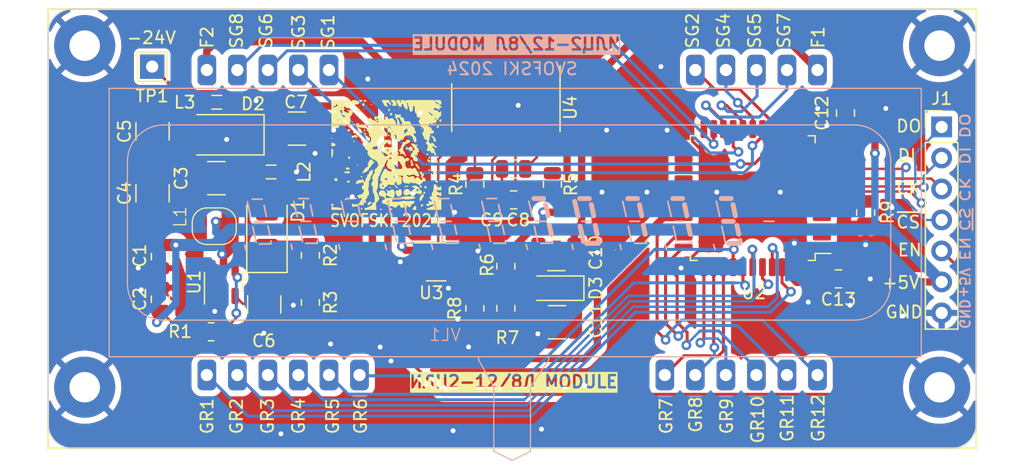
<source format=kicad_pcb>
(kicad_pcb (version 20221018) (generator pcbnew)
  (layers (0 "F.Cu" signal) (31 "B.Cu" signal) (34 "B.Paste" user) (35 "F.Paste" user) (36 "B.SilkS" user "B.Silkscreen") (37 "F.SilkS" user "F.Silkscreen") (38 "B.Mask" user) (39 "F.Mask" user) (44 "Edge.Cuts" user))
  (net 0 "")
  (net 2 "+5V")
  (net 3 "GND")
  (net 4 "Net-(U1-SW)")
  (net 5 "Net-(D1-A)")
  (net 6 "Net-(D2-A)")
  (net 7 "Net-(D1-K)")
  (net 8 "-24V")
  (net 9 "Net-(U1-FB)")
  (net 10 "Net-(C8-Pad1)")
  (net 11 "Net-(C8-Pad2)")
  (net 12 "Net-(C9-Pad1)")
  (net 13 "Net-(C9-Pad2)")
  (net 14 "Net-(U3-OUT)")
  (net 15 "/F1")
  (net 16 "/F2")
  (net 17 "Net-(D3-A)")
  (net 18 "Net-(U2-OSC)")
  (net 23 "/DOUT")
  (net 24 "/DIN")
  (net 25 "/SCK")
  (net 26 "/~{CS}")
  (net 29 "/SG1")
  (net 30 "/SG2")
  (net 31 "/SG3")
  (net 32 "/SG4")
  (net 33 "/SG5")
  (net 34 "/SG6")
  (net 35 "/SG7")
  (net 36 "/SG8")
  (net 45 "/GR12")
  (net 46 "/GR11")
  (net 47 "/GR10")
  (net 48 "/GR9")
  (net 49 "/GR8")
  (net 50 "/GR7")
  (net 51 "/GR6")
  (net 52 "/GR5")
  (net 53 "/GR4")
  (net 54 "/GR3")
  (net 55 "/GR2")
  (net 56 "/GR1")
  (net 57 "Net-(U3-IN+)")
  (net 58 "/EN")
  (footprint "Capacitor_SMD:C_1210_3225Metric" (layer "F.Cu") (at 169.672 74.676)
    (fp_text reference "C11")
    (fp_text value "10uF/50V")
  )
  (footprint "Connector_PinHeader_2.54mm:PinHeader_1x07_P2.54mm_Vertical" (layer "F.Cu") (at 201.168 58.669)
    (fp_text reference "J1")
    (fp_text value "Conn_01x07")
  )
  (footprint "Capacitor_SMD:C_1210_3225Metric" (layer "F.Cu") (at 148.385 58.801 180)
    (fp_text reference "C7")
    (fp_text value "10uF/50V")
  )
  (footprint "Capacitor_SMD:C_1210_3225Metric" (layer "F.Cu") (at 136.557 59.024 90)
    (fp_text reference "C5")
    (fp_text value "10uF/50V")
  )
  (footprint "MountingHole:MountingHole_2.5mm_Pad" (layer "F.Cu") (at 201 52)
    (fp_text reference "H4" hide)
    (fp_text value "MountingHole_Pad")
  )
  (footprint "Capacitor_SMD:C_0805_2012Metric" (layer "F.Cu") (at 166.122 64.643)
    (fp_text reference "C8")
    (fp_text value "10nF")
  )
  (footprint "Capacitor_SMD:C_0805_2012Metric" (layer "F.Cu") (at 192.72 71.12 180)
    (fp_text reference "C13")
    (fp_text value "0.1uF")
  )
  (footprint "Capacitor_SMD:C_0805_2012Metric" (layer "F.Cu") (at 166.122 62.103)
    (fp_text reference "C9")
    (fp_text value "10nF")
  )
  (footprint "Package_TO_SOT_SMD:SOT-23-6" (layer "F.Cu") (at 142.367 71.3865 90)
    (fp_text reference "U1")
    (fp_text value "MT3608")
  )
  (footprint "Diode_SMD:D_SOD-123F" (layer "F.Cu") (at 169.669 71.882 180)
    (fp_text reference "D3")
    (fp_text value "BZT52C3V3")
  )
  (footprint "MountingHole:MountingHole_2.5mm_Pad" (layer "F.Cu") (at 131 80)
    (fp_text reference "H2" hide)
    (fp_text value "MountingHole_Pad")
  )
  (footprint "Inductor_SMD:L_0805_2012Metric" (layer "F.Cu") (at 146.2575 62.357 180)
    (fp_text reference "L2")
    (fp_text value "10uH")
  )
  (footprint "Resistor_SMD:R_0805_2012Metric" (layer "F.Cu") (at 165.487 73.533 -90)
    (fp_text reference "R7")
    (fp_text value "3K")
  )
  (footprint "Inductor_SMD:L_0805_2012Metric" (layer "F.Cu") (at 141.8125 56.642)
    (fp_text reference "L3")
    (fp_text value "10uH")
  )
  (footprint "MountingHole:MountingHole_2.5mm_Pad" (layer "F.Cu") (at 201 80)
    (fp_text reference "H3" hide)
    (fp_text value "MountingHole_Pad")
  )
  (footprint "Resistor_SMD:R_0805_2012Metric" (layer "F.Cu") (at 162.947 63.373 -90)
    (fp_text reference "R4")
    (fp_text value "1K")
  )
  (footprint "svofski_avatar:svofski_avatar" (layer "F.Cu") (at 155.702 60.96)
    (fp_text reference "G***" hide)
    (fp_text value "LOGO" hide)
  )
  (footprint "Resistor_SMD:R_0805_2012Metric" (layer "F.Cu") (at 149.479 73.0485 -90)
    (fp_text reference "R3")
    (fp_text value "100K")
  )
  (footprint "Resistor_SMD:R_0805_2012Metric" (layer "F.Cu") (at 169.297 63.373 90)
    (fp_text reference "R5")
    (fp_text value "1K")
  )
  (footprint "Capacitor_SMD:C_0805_2012Metric" (layer "F.Cu") (at 193.294 57.531 90)
    (fp_text reference "C12")
    (fp_text value "0.1uF")
  )
  (footprint "Diode_SMD:D_SMA" (layer "F.Cu") (at 145.923 67.088 90)
    (fp_text reference "D1")
    (fp_text value "SS14")
  )
  (footprint "Resistor_SMD:R_0805_2012Metric" (layer "F.Cu") (at 194.945 65.6825 90)
    (fp_text reference "R9")
    (fp_text value "100K")
  )
  (footprint "Capacitor_SMD:C_1210_3225Metric" (layer "F.Cu") (at 141.781 62.865)
    (fp_text reference "C3")
    (fp_text value "10uF/50V")
  )
  (footprint "Package_TO_SOT_SMD:SOT-23-5" (layer "F.Cu") (at 159.772 69.723)
    (fp_text reference "U3")
    (fp_text value "UCC27517")
  )
  (footprint "Resistor_SMD:R_0805_2012Metric" (layer "F.Cu") (at 141.3595 75.456)
    (fp_text reference "R1")
    (fp_text value "100K")
  )
  (footprint "MountingHole:MountingHole_2.5mm_Pad" (layer "F.Cu") (at 131 52)
    (fp_text reference "H1" hide)
    (fp_text value "MountingHole_Pad")
  )
  (footprint "Resistor_SMD:R_0805_2012Metric" (layer "F.Cu") (at 162.947 73.533 90)
    (fp_text reference "R8")
    (fp_text value "20K")
  )
  (footprint "Resistor_SMD:R_0805_2012Metric" (layer "F.Cu") (at 149.479 69.1915 -90)
    (fp_text reference "R2")
    (fp_text value "100K")
  )
  (footprint "Capacitor_SMD:C_0805_2012Metric" (layer "F.Cu") (at 137.192 69.294 -90)
    (fp_text reference "C1")
    (fp_text value "10uF")
  )
  (footprint "Capacitor_SMD:C_0805_2012Metric" (layer "F.Cu") (at 137.192 72.789 90)
    (fp_text reference "C2")
    (fp_text value "0.1uF")
  )
  (footprint "Inductor_SMD_CD32:CD32_3.0x3.5mm" (layer "F.Cu") (at 141.607 66.802 180)
    (fp_text reference "L1")
    (fp_text value "10uH")
  )
  (footprint "Resistor_SMD:R_0805_2012Metric" (layer "F.Cu") (at 165.487 70.0805 -90)
    (fp_text reference "R6")
    (fp_text value "3K")
  )
  (footprint "Diode_SMD:D_SMA" (layer "F.Cu") (at 142.177 59.309 180)
    (fp_text reference "D2")
    (fp_text value "SS14")
  )
  (footprint "Capacitor_SMD:C_1210_3225Metric" (layer "F.Cu") (at 169.617 69.088)
    (fp_text reference "C10")
    (fp_text value "10uF/50V")
  )
  (footprint "Capacitor_SMD:C_1210_3225Metric" (layer "F.Cu") (at 145.701 73.219 90)
    (fp_text reference "C6")
    (fp_text value "22uF/50V")
  )
  (footprint "Capacitor_SMD:C_1210_3225Metric" (layer "F.Cu") (at 136.557 64.104 90)
    (fp_text reference "C4")
    (fp_text value "10uF/50V")
  )
  (footprint "Package_QFP:LQFP-44_10x10mm_P0.8mm" (layer "F.Cu") (at 185.7 64.5 180)
    (fp_text reference "U2")
    (fp_text value "PT6315")
  )
  (footprint "Package_SO:SOIC-14_3.9x8.7mm_P1.27mm" (layer "F.Cu") (at 165.487 57.088 -90)
    (fp_text reference "U4")
    (fp_text value "74LS04")
  )
  (footprint "TestPoint:TestPoint_THTPad_2.0x2.0mm_Drill1.0mm" (layer "F.Cu") (at 136.525 53.721)
    (fp_text reference "TP1")
    (fp_text value "TestPoint")
  )
  (footprint "ILC2-12:ILC2-12_8L" (layer "B.Cu") (at 166 66.5 180)
    (fp_text reference "VL1")
    (fp_text value "~")
  )
  (gr_rect (start 128 49) (end 204 85) (stroke (width 0.15)) (fill none) (layer "F.SilkS"))
  (gr_arc (start 128 51) (mid 128.585786 49.585786) (end 130 49) (stroke (width 0.1)) (layer "Edge.Cuts"))
  (gr_line (start 128 83) (end 128 51) (stroke (width 0.1)) (layer "Edge.Cuts"))
  (gr_arc (start 202 49) (mid 203.414214 49.585786) (end 204 51) (stroke (width 0.1)) (layer "Edge.Cuts"))
  (gr_arc (start 204 83) (mid 203.414214 84.414214) (end 202 85) (stroke (width 0.1)) (layer "Edge.Cuts"))
  (gr_arc (start 130 85) (mid 128.585786 84.414214) (end 128 83) (stroke (width 0.1)) (layer "Edge.Cuts"))
  (gr_line (start 130 49) (end 202 49) (stroke (width 0.1)) (layer "Edge.Cuts"))
  (gr_line (start 204 51) (end 204 83) (stroke (width 0.1)) (layer "Edge.Cuts"))
  (gr_line (start 202 85) (end 130 85) (stroke (width 0.1)) (layer "Edge.Cuts"))
  (gr_text "GND" (at 202.565 75.311 270) (layer "B.SilkS") (effects (font (size 0.8 0.8)) (justify left bottom mirror)))
  (gr_text "EN" (at 202.565 69.723 270) (layer "B.SilkS") (effects (font (size 0.8 1)) (justify left bottom mirror)))
  (gr_text "+5V" (at 202.565 72.771 270) (layer "B.SilkS") (effects (font (size 0.8 0.8)) (justify left bottom mirror)))
  (gr_text "CK" (at 202.565 64.897 270) (layer "B.SilkS") (effects (font (size 0.8 1)) (justify left bottom mirror)))
  (gr_text "DI" (at 202.565 61.849 270) (layer "B.SilkS") (effects (font (size 0.8 1)) (justify left bottom mirror)))
  (gr_text "SVOFSKI 2024" (at 171.45 54.483) (layer "B.SilkS") (effects (font (size 1 1)) (justify left bottom mirror)))
  (gr_text "~{CS}" (at 202.565 67.31 270) (layer "B.SilkS") (effects (font (size 0.8 1)) (justify left bottom mirror)))
  (gr_text "ИЛЦ2-12/8Л MODULE" (at 175.006 52.451) (layer "B.SilkS" knockout) (effects (font (size 1 1) (thickness 0.2) bold) (justify left bottom mirror)))
  (gr_text "DO" (at 202.565 59.69 270) (layer "B.SilkS") (effects (font (size 0.8 1)) (justify left bottom mirror)))
  (gr_text "SG6" (at 146.431 52.324 90) (layer "F.SilkS") (effects (font (size 1 1)) (justify left bottom)))
  (gr_text "SG4" (at 183.896 52.324 90) (layer "F.SilkS") (effects (font (size 1 1)) (justify left bottom)))
  (gr_text "DO" (at 197.358 59.182) (layer "F.SilkS") (effects (font (size 1 1)) (justify left bottom)))
  (gr_text "GR3" (at 146.558 83.947 90) (layer "F.SilkS") (effects (font (size 1 1)) (justify left bottom)))
  (gr_text "GR6" (at 154.178 83.947 90) (layer "F.SilkS") (effects (font (size 1 1)) (justify left bottom)))
  (gr_text "EN" (at 197.485 69.342) (layer "F.SilkS") (effects (font (size 1 1)) (justify left bottom)))
  (gr_text "SVOFSKI 2024" (at 151.003 66.929) (layer "F.SilkS") (effects (font (size 1 0.85)) (justify left bottom)))
  (gr_text "SG1" (at 151.511 52.451 90) (layer "F.SilkS") (effects (font (size 1 1)) (justify left bottom)))
  (gr_text "DI" (at 197.485 61.595) (layer "F.SilkS") (effects (font (size 1 1)) (justify left bottom)))
  (gr_text "GR12" (at 191.643 84.582 90) (layer "F.SilkS") (effects (font (size 1 1)) (justify left bottom)))
  (gr_text "F2" (at 141.605 52.324 90) (layer "F.SilkS") (effects (font (size 1 1)) (justify left bottom)))
  (gr_text "SG2" (at 181.356 52.324 90) (layer "F.SilkS") (effects (font (size 1 1)) (justify left bottom)))
  (gr_text "~{CS}" (at 197.358 67.056) (layer "F.SilkS") (effects (font (size 1 1)) (justify left bottom)))
  (gr_text "GR1" (at 141.605 83.947 90) (layer "F.SilkS") (effects (font (size 1 1)) (justify left bottom)))
  (gr_text "F1" (at 191.643 52.324 90) (layer "F.SilkS") (effects (font (size 1 1)) (justify left bottom)))
  (gr_text "+5V" (at 196.215 72.009) (layer "F.SilkS") (effects (font (size 1 1)) (justify left bottom)))
  (gr_text "-24V" (at 134.366 51.943) (layer "F.SilkS") (effects (font (size 1 1)) (justify left bottom)))
  (gr_text "CK" (at 197.358 64.262) (layer "F.SilkS") (effects (font (size 1 1)) (justify left bottom)))
  (gr_text "GR2" (at 144.018 83.947 90) (layer "F.SilkS") (effects (font (size 1 1)) (justify left bottom)))
  (gr_text "SG5" (at 186.436 52.324 90) (layer "F.SilkS") (effects (font (size 1 1)) (justify left bottom)))
  (gr_text "SG7" (at 188.849 52.324 90) (layer "F.SilkS") (effects (font (size 1 1)) (justify left bottom)))
  (gr_text "GR11" (at 189.103 84.582 90) (layer "F.SilkS") (effects (font (size 1 1)) (justify left bottom)))
  (gr_text "ИЛЦ2-12/8Л MODULE" (at 157.48 80.137) (layer "F.SilkS" knockout) (effects (font (size 1 1) (thickness 0.2) bold) (justify left bottom)))
  (gr_text "GR8" (at 181.61 83.82 90) (layer "F.SilkS") (effects (font (size 1 1)) (justify left bottom)))
  (gr_text "GR10" (at 186.69 84.709 90) (layer "F.SilkS") (effects (font (size 1 1)) (justify left bottom)))
  (gr_text "GND" (at 196.469 74.422) (layer "F.SilkS") (effects (font (size 1 1)) (justify left bottom)))
  (gr_text "SG8" (at 144.018 52.324 90) (layer "F.SilkS") (effects (font (size 1 1)) (justify left bottom)))
  (gr_text "GR9" (at 184.15 83.947 90) (layer "F.SilkS") (effects (font (size 1 1)) (justify left bottom)))
  (gr_text "GR5" (at 151.892 83.947 90) (layer "F.SilkS") (effects (font (size 1 1)) (justify left bottom)))
  (gr_text "SG3" (at 149.098 52.451 90) (layer "F.SilkS") (effects (font (size 1 1)) (justify left bottom)))
  (gr_text "GR4" (at 149.098 83.947 90) (layer "F.SilkS") (effects (font (size 1 1)) (justify left bottom)))
  (gr_text "GR7" (at 179.197 83.947 90) (layer "F.SilkS") (effects (font (size 1 1)) (justify left bottom)))
  (segment (start 157.292 68.773) (end 156.972 68.453) (width 0.6) (layer "F.Cu") (net 2))
  (segment (start 142.907 68.802) (end 142.367 69.342) (width 0.6) (layer "F.Cu") (net 2))
  (segment (start 188.9 71.001561) (end 189.298439 71.4) (width 0.6) (layer "F.Cu") (net 2))
  (segment (start 188.9 57.998439) (end 190.764439 56.134) (width 0.6) (layer "F.Cu") (net 2))
  (segment (start 195.707 58.994) (end 193.294 56.581) (width 0.6) (layer "F.Cu") (net 2))
  (segment (start 136.906 74.025) (end 137.192 73.739) (width 0.6) (layer "F.Cu") (net 2))
  (segment (start 191.77 71.12) (end 191.77 74.168) (width 0.6) (layer "F.Cu") (net 2))
  (segment (start 195.707 60.833) (end 195.707 58.994) (width 0.6) (layer "F.Cu") (net 2))
  (segment (start 137.192 68.344) (end 138.462 68.344) (width 1) (layer "F.Cu") (net 2))
  (segment (start 198.76 71.369) (end 201.168 71.369) (width 0.6) (layer "F.Cu") (net 2))
  (segment (start 142.907 66.439) (end 142.907 68.802) (width 0.6) (layer "F.Cu") (net 2))
  (segment (start 170.497 60.763) (end 170.497 64.85866) (width 0.6) (layer "F.Cu") (net 2))
  (segment (start 191.897 74.295) (end 195.834 74.295) (width 0.6) (layer "F.Cu") (net 2))
  (segment (start 190.764439 56.134) (end 192.847 56.134) (width 0.6) (layer "F.Cu") (net 2))
  (segment (start 170.497 64.85866) (end 169.69666 65.659) (width 0.6) (layer "F.Cu") (net 2))
  (segment (start 142.367 70.249) (end 142.367 69.342) (width 0.6) (layer "F.Cu") (net 2))
  (segment (start 191.77 74.168) (end 191.897 74.295) (width 0.6) (layer "F.Cu") (net 2))
  (segment (start 192.847 56.134) (end 193.294 56.581) (width 0.6) (layer "F.Cu") (net 2))
  (segment (start 169.297 59.563) (end 170.497 60.763) (width 0.6) (layer "F.Cu") (net 2))
  (segment (start 189.298439 71.4) (end 191.49 71.4) (width 0.6) (layer "F.Cu") (net 2))
  (segment (start 195.834 74.295) (end 198.76 71.369) (width 0.6) (layer "F.Cu") (net 2))
  (segment (start 188.9 70.1625) (end 188.9 71.001561) (width 0.6) (layer "F.Cu") (net 2))
  (segment (start 169.69666 65.659) (end 168.529 65.659) (width 0.6) (layer "F.Cu") (net 2))
  (segment (start 137.192 68.344) (end 137.023497 68.344) (width 1) (layer "F.Cu") (net 2))
  (segment (start 137.192 73.739) (end 138.909 75.456) (width 0.2) (layer "F.Cu") (net 2))
  (segment (start 142.889 66.421) (end 142.907 66.439) (width 0.6) (layer "F.Cu") (net 2))
  (segment (start 141.732 66.421) (end 142.889 66.421) (width 0.6) (layer "F.Cu") (net 2))
  (segment (start 136.906 74.676) (end 136.906 74.025) (width 0.6) (layer "F.Cu") (net 2))
  (segment (start 188.9 58.8375) (end 188.9 57.998439) (width 0.6) (layer "F.Cu") (net 2))
  (segment (start 158.6345 68.773) (end 157.292 68.773) (width 0.6) (layer "F.Cu") (net 2))
  (segment (start 191.49 71.4) (end 191.77 71.12) (width 0.6) (layer "F.Cu") (net 2))
  (segment (start 138.909 75.456) (end 140.447 75.456) (width 0.2) (layer "F.Cu") (net 2))
  (via (at 142.24 69.088) (size 0.8) (drill 0.4) (layers "F.Cu" "B.Cu") (net 2))
  (via (at 138.462 68.344) (size 0.8) (drill 0.4) (layers "F.Cu" "B.Cu") (net 2))
  (via (at 195.707 60.833) (size 0.8) (drill 0.4) (layers "F.Cu" "B.Cu") (net 2))
  (via (at 156.972 68.453) (size 0.8) (drill 0.4) (layers "F.Cu" "B.Cu") (net 2))
  (via (at 136.906 74.676) (size 0.8) (drill 0.4) (layers "F.Cu" "B.Cu") (net 2))
  (via (at 168.529 65.659) (size 0.8) (drill 0.4) (layers "F.Cu" "B.Cu") (net 2))
  (via (at 141.732 66.421) (size 0.8) (drill 0.4) (layers "F.Cu" "B.Cu") (net 2))
  (segment (start 142.2015 67.7795) (end 141.732 67.31) (width 0.6) (layer "B.Cu") (net 2))
  (segment (start 196.873 67.074) (end 195.707 67.074) (width 1) (layer "B.Cu") (net 2))
  (segment (start 138.462 68.344) (end 141.637 68.344) (width 1) (layer "B.Cu") (net 2))
  (segment (start 195.707 60.833) (end 195.707 67.074) (width 0.6) (layer "B.Cu") (net 2))
  (segment (start 157.099 67.074) (end 142.907 67.074) (width 1) (layer "B.Cu") (net 2))
  (segment (start 138.462 68.344) (end 138.462 73.12) (width 0.6) (layer "B.Cu") (net 2))
  (segment (start 141.637 68.344) (end 142.2015 67.7795) (width 1) (layer "B.Cu") (net 2))
  (segment (start 141.732 67.31) (end 141.732 66.421) (width 0.6) (layer "B.Cu") (net 2))
  (segment (start 156.972 68.453) (end 156.972 67.201) (width 0.6) (layer "B.Cu") (net 2))
  (segment (start 142.2015 69.0495) (end 142.24 69.088) (width 0.6) (layer "B.Cu") (net 2))
  (segment (start 195.707 67.074) (end 168.402 67.074) (width 1) (layer "B.Cu") (net 2))
  (segment (start 201.168 71.369) (end 196.873 67.074) (width 1) (layer "B.Cu") (net 2))
  (segment (start 168.402 67.074) (end 157.099 67.074) (width 1) (layer "B.Cu") (net 2))
  (segment (start 142.2015 67.7795) (end 142.2015 69.0495) (width 0.6) (layer "B.Cu") (net 2))
  (segment (start 168.529 66.947) (end 168.402 67.074) (width 0.6) (layer "B.Cu") (net 2))
  (segment (start 138.462 73.12) (end 136.906 74.676) (width 0.6) (layer "B.Cu") (net 2))
  (segment (start 156.972 67.201) (end 157.099 67.074) (width 0.6) (layer "B.Cu") (net 2))
  (segment (start 168.529 65.659) (end 168.529 66.947) (width 0.6) (layer "B.Cu") (net 2))
  (segment (start 142.2015 67.7795) (end 142.907 67.074) (width 1) (layer "B.Cu") (net 2))
  (segment (start 143.002 59.309) (end 142.621 59.69) (width 1) (layer "F.Cu") (net 3))
  (segment (start 145.701 74.694) (end 145.701 75.533) (width 0.6) (layer "F.Cu") (net 3))
  (segment (start 149.479 73.961) (end 148.764 73.961) (width 0.6) (layer "F.Cu") (net 3))
  (segment (start 182.753 64.008) (end 182.753 61.823926) (width 0.25) (layer "F.Cu") (net 3))
  (segment (start 147.32 62.357) (end 148.336 62.357) (width 0.6) (layer "F.Cu") (net 3))
  (segment (start 179.857074 58.928) (end 178.689 58.928) (width 0.25) (layer "F.Cu") (net 3))
  (segment (start 182.753 61.823926) (end 179.857074 58.928) (width 0.25) (layer "F.Cu") (net 3))
  (segment (start 149.86 58.801) (end 151.257 58.801) (width 1) (layer "F.Cu") (net 3))
  (segment (start 161.5675 74.4455) (end 161.544 74.422) (width 0.2) (layer "F.Cu") (net 3))
  (segment (start 191.836 58.481) (end 191.77 58.547) (width 0.6) (layer "F.Cu") (net 3))
  (segment (start 141.741161 73.781578) (end 141.648302 73.781578) (width 0.6) (layer "F.Cu") (net 3))
  (segment (start 142.367 73.155739) (end 141.741161 73.781578) (width 0.6) (layer "F.Cu") (net 3))
  (segment (start 151.257 58.801) (end 151.384 58.928) (width 1) (layer "F.Cu") (net 3))
  (segment (start 137.022 72.009) (end 135.636 72.009) (width 0.2) (layer "F.Cu") (net 3))
  (segment (start 160.9095 70.673) (end 160.9095 71.7545) (width 0.4) (layer "F.Cu") (net 3))
  (segment (start 137.192 71.839) (end 139.031 73.678) (width 0.2) (layer "F.Cu") (net 3))
  (segment (start 139.031 73.678) (end 141.637 73.678) (width 0.2) (layer "F.Cu") (net 3))
  (segment (start 189.7 68.796) (end 189.103 68.199) (width 0.6) (layer "F.Cu") (net 3))
  (segment (start 149.86 58.801) (end 149.86 60.833) (width 1) (layer "F.Cu") (net 3))
  (segment (start 193.294 58.481) (end 191.836 58.481) (width 0.6) (layer "F.Cu") (net 3))
  (segment (start 168.142 74.168) (end 168.142 75.590503) (width 0.2) (layer "F.Cu") (net 3))
  (segment (start 162.947 74.4455) (end 161.5675 74.4455) (width 0.2) (layer "F.Cu") (net 3))
  (segment (start 137.192 70.244) (end 135.395 70.244) (width 0.2) (layer "F.Cu") (net 3))
  (segment (start 182.753 64.008) (end 182.362 64.399) (width 0.25) (layer "F.Cu") (net 3))
  (segment (start 144.177 59.309) (end 143.002 59.309) (width 1) (layer "F.Cu") (net 3))
  (segment (start 137.192 71.839) (end 137.022 72.009) (width 0.2) (layer "F.Cu") (net 3))
  (segment (start 182.362 64.399) (end 182.362 67.701) (width 0.25) (layer "F.Cu") (net 3))
  (segment (start 182.362 67.701) (end 179.832 70.231) (width 0.25) (layer "F.Cu") (net 3))
  (segment (start 145.701 75.533) (end 145.669 75.565) (width 0.6) (layer "F.Cu") (net 3))
  (segment (start 189.9675 69.895) (end 189.7 70.1625) (width 0.6) (layer "F.Cu") (net 3))
  (segment (start 148.764 73.961) (end 148.082 73.279) (width 0.6) (layer "F.Cu") (net 3))
  (segment (start 158.6345 69.723) (end 156.845 69.723) (width 0.6) (layer "F.Cu") (net 3))
  (segment (start 135.395 70.244) (end 135.382 70.231) (width 0.2) (layer "F.Cu") (net 3))
  (segment (start 192.445 69.895) (end 189.9675 69.895) (width 0.6) (layer "F.Cu") (net 3))
  (segment (start 142.367 72.524) (end 142.367 73.155739) (width 0.6) (layer "F.Cu") (net 3))
  (segment (start 160.9095 71.7545) (end 160.782 71.882) (width 0.4) (layer "F.Cu") (net 3))
  (segment (start 168.142 75.590503) (end 168.106503 75.626) (width 0.2) (layer "F.Cu") (net 3))
  (segment (start 193.67 71.12) (end 192.445 69.895) (width 0.6) (layer "F.Cu") (net 3))
  (segment (start 189.7 70.1625) (end 189.7 68.796) (width 0.6) (layer "F.Cu") (net 3))
  (via (at 161.29 65.659) (size 0.8) (drill 0.4) (layers "F.Cu" "B.Cu") (net 3))
  (via (at 149.86 60.833) (size 0.8) (drill 0.4) (layers "F.Cu" "B.Cu") (net 3))
  (via (at 196.596 57.15) (size 0.8) (drill 0.4) (layers "F.Cu" "B.Cu") (net 3))
  (via (at 156.845 69.723) (size 0.8) (drill 0.4) (layers "F.Cu" "B.Cu") (net 3))
  (via (at 148.082 73.279) (size 0.8) (drill 0.4) (layers "F.Cu" "B.Cu") (net 3))
  (via (at 161.544 74.422) (size 0.8) (drill 0.4) (layers "F.Cu" "B.Cu") (net 3))
  (via (at 190.246 73.025) (size 0.8) (drill 0.4) (layers "F.Cu" "B.Cu") (net 3))
  (via (at 135.636 72.009) (size 0.8) (drill 0.4) (layers "F.Cu" "B.Cu") (net 3))
  (via (at 182.753 64.008) (size 0.8) (drill 0.4) (layers "F.Cu" "B.Cu") (net 3))
  (via (at 141.648302 73.781578) (size 0.8) (drill 0.4) (layers "F.Cu" "B.Cu") (net 3))
  (via (at 178.689 58.928) (size 0.8) (drill 0.4) (layers "F.Cu" "B.Cu") (net 3))
  (via (at 195.326 71.12) (size 0.8) (drill 0.4) (layers "F.Cu" "B.Cu") (net 3))
  (via (at 151.384 58.928) (size 0.8) (drill 0.4) (layers "F.Cu" "B.Cu") (net 3))
  (via (at 173.355 64.008) (size 0.8) (drill 0.4) (layers "F.Cu" "B.Cu") (net 3))
  (via (at 156.083 77.851) (size 0.8) (drill 0.4) (layers "F.Cu" "B.Cu") (net 3))
  (via (at 197.993 74.168) (size 0.8) (drill 0.4) (layers "F.Cu" "B.Cu") (net 3))
  (via (at 148.336 62.357) (size 0.8) (drill 0.4) (layers "F.Cu" "B.Cu") (net 3))
  (via (at 172.974 68.961) (size 0.8) (drill 0.4) (layers "F.Cu" "B.Cu") (net 3))
  (via (at 179.832 70.231) (size 0.8) (drill 0.4) (layers "F.Cu" "B.Cu") (net 3))
  (via (at 147.066 83.82) (size 0.8) (drill 0.4) (layers "F.Cu" "B.Cu") (net 3))
  (via (at 193.675 73.279) (size 0.8) (drill 0.4) (layers "F.Cu" "B.Cu") (net 3))
  (via (at 161.163 83.566) (size 0.8) (drill 0.4) (layers "F.Cu" "B.Cu") (net 3))
  (via (at 197.104 65.278) (size 0.8) (drill 0.4) (layers "F.Cu" "B.Cu") (net 3))
  (via (at 163.195 68.834) (size 0.8) (drill 0.4) (layers "F.Cu" "B.Cu") (net 3))
  (via (at 194.945 68.326) (size 0.8) (drill 0.4) (layers "F.Cu" "B.Cu") (net 3))
  (via (at 177.038 64.008) (size 0.8) (drill 0.4) (layers "F.Cu" "B.Cu") (net 3))
  (via (at 189.103 68.199) (size 0.8) (drill 0.4) (layers "F.Cu" "B.Cu") (net 3))
  (via (at 154.178 54.737) (size 0.8) (drill 0.4) (layers "F.Cu" "B.Cu") (net 3))
  (via (at 155.194 76.708) (size 0.8) (drill 0.4) (layers "F.Cu" "B.Cu") (net 3))
  (via (at 191.77 58.547) (size 0.8) (drill 0.4) (layers "F.Cu" "B.Cu") (net 3))
  (via (at 142.621 59.69) (size 0.8) (drill 0.4) (layers "F.Cu" "B.Cu") (net 3))
  (via (at 191.014616 57.156616) (size 0.8) (drill 0.4) (layers "F.Cu" "B.Cu") (net 3))
  (via (at 145.669 75.565) (size 0.8) (drill 0.4) (layers "F.Cu" "B.Cu") (net 3))
  (via (at 162.433279 76.697) (size 0.8) (drill 0.4) (layers "F.Cu" "B.Cu") (net 3))
  (via (at 168.402 83.439) (size 0.8) (drill 0.4) (layers "F.Cu" "B.Cu") (net 3))
  (via (at 158.496 57.531) (size 0.8) (drill 0.4) (layers "F.Cu" "B.Cu") (net 3))
  (via (at 145.034 56.515) (size 0.8) (drill 0.4) (layers "F.Cu" "B.Cu") (net 3))
  (via (at 152.908 64.389) (size 0.8) (drill 0.4) (layers "F.Cu" "B.Cu") (net 3))
  (via (at 151.13 76.454) (size 0.8) (drill 0.4) (layers "F.Cu" "B.Cu") (net 3))
  (via (at 135.382 70.231) (size 0.8) (drill 0.4) (layers "F.Cu" "B.Cu") (net 3))
  (via (at 157.861 64.135) (size 0.8) (drill 0.4) (layers "F.Cu" "B.Cu") (net 3))
  (via (at 160.782 71.882) (size 0.8) (drill 0.4) (layers "F.Cu" "B.Cu") (net 3))
  (via (at 166.497 56.896) (size 0.8) (drill 0.4) (layers "F.Cu" "B.Cu") (net 3))
  (via (at 187.96 64.008) (size 0.8) (drill 0.4) (layers "F.Cu" "B.Cu") (net 3))
  (via (at 171.958 79.86) (size 0.8) (drill 0.4) (layers "F.Cu" "B.Cu") (net 3))
  (via (at 168.106503 75.626) (size 0.8) (drill 0.4) (layers "F.Cu" "B.Cu") (net 3))
  (via (at 178.181 53.721) (size 0.8) (drill 0.4) (layers "F.Cu" "B.Cu") (net 3))
  (via (at 173.736 58.928) (size 0.8) (drill 0.4) (layers "F.Cu" "B.Cu") (net 3))
  (segment (start 168.148 75.584503) (end 168.106503 75.626) (width 0.2) (layer "B.Cu") (net 3))
  (segment (start 168.148 75.565) (end 168.148 75.584503) (width 0.2) (layer "B.Cu") (net 3))
  (segment (start 141.637 72.524) (end 141.637 72.872896) (width 0.2) (layer "F.Cu") (net 4))
  (segment (start 140.307 62.866) (end 140.306 62.865) (width 1) (layer "F.Cu") (net 4))
  (segment (start 139.887 66.859) (end 140.307 66.439) (width 0.6) (layer "F.Cu") (net 4))
  (segment (start 140.307 66.439) (end 140.307 62.866) (width 1) (layer "F.Cu") (net 4))
  (segment (start 140.307 65.389) (end 140.307 66.439) (width 0.25) (layer "F.Cu") (net 4))
  (segment (start 141.417 72.524) (end 140.307 71.414) (width 0.6) (layer "F.Cu") (net 4))
  (segment (start 140.307 71.414) (end 140.307 66.439) (width 0.6) (layer "F.Cu") (net 4))
  (segment (start 136.557 60.499) (end 136.20134 60.499) (width 0.6) (layer "F.Cu") (net 4))
  (segment (start 134.62 62.08034) (end 134.62 63.642) (width 0.6) (layer "F.Cu") (net 4))
  (segment (start 134.62 63.642) (end 136.557 65.579) (width 0.6) (layer "F.Cu") (net 4))
  (segment (start 136.20134 60.499) (end 134.62 62.08034) (width 0.6) (layer "F.Cu") (net 4))
  (segment (start 139.447 65.579) (end 140.307 66.439) (width 1) (layer "F.Cu") (net 4))
  (segment (start 136.557 65.579) (end 139.447 65.579) (width 1) (layer "F.Cu") (net 4))
  (segment (start 143.764 62.357) (end 143.256 62.865) (width 1) (layer "F.Cu") (net 5))
  (segment (start 145.923 65.088) (end 145.479 65.088) (width 0.6) (layer "F.Cu") (net 5))
  (segment (start 143.256 62.865) (end 143.7 62.865) (width 1) (layer "F.Cu") (net 5))
  (segment (start 145.195 64.36) (end 145.195 62.357) (width 1) (layer "F.Cu") (net 5))
  (segment (start 145.195 62.357) (end 143.764 62.357) (width 1) (layer "F.Cu") (net 5))
  (segment (start 145.923 65.088) (end 145.195 64.36) (width 1) (layer "F.Cu") (net 5))
  (segment (start 143.7 62.865) (end 145.923 65.088) (width 1) (layer "F.Cu") (net 5))
  (segment (start 140.177 59.647503) (end 140.177 59.309) (width 1) (layer "F.Cu") (net 6))
  (segment (start 140.177 59.309) (end 140.177 57.215) (width 1) (layer "F.Cu") (net 6))
  (segment (start 138.417 57.549) (end 140.177 59.309) (width 1) (layer "F.Cu") (net 6))
  (segment (start 136.557 62.629) (end 137.195503 62.629) (width 1) (layer "F.Cu") (net 6))
  (segment (start 140.177 57.215) (end 140.75 56.642) (width 1) (layer "F.Cu") (net 6))
  (segment (start 137.195503 62.629) (end 140.177 59.647503) (width 1) (layer "F.Cu") (net 6))
  (segment (start 136.557 57.549) (end 138.417 57.549) (width 1) (layer "F.Cu") (net 6))
  (segment (start 145.923 69.088) (end 145.923 71.522) (width 1) (layer "F.Cu") (net 7))
  (segment (start 146.732 68.279) (end 145.923 69.088) (width 0.6) (layer "F.Cu") (net 7))
  (segment (start 149.479 68.279) (end 146.732 68.279) (width 0.6) (layer "F.Cu") (net 7))
  (segment (start 145.923 71.522) (end 145.701 71.744) (width 1) (layer "F.Cu") (net 7))
  (segment (start 154.559 72.898) (end 159.307 77.646) (width 0.6) (layer "F.Cu") (net 8))
  (segment (start 180.0375 66.1) (end 178.375 66.1) (width 0.6) (layer "F.Cu") (net 8))
  (segment (start 141.975 55.742) (end 138.546 55.742) (width 0.2) (layer "F.Cu") (net 8))
  (segment (start 136.525 53.721) (end 137.922 55.118) (width 0.25) (layer "F.Cu") (net 8))
  (segment (start 159.307 77.646) (end 171.909 77.646) (width 0.6) (layer "F.Cu") (net 8))
  (segment (start 172.974 71.882) (end 171.069 71.882) (width 0.6) (layer "F.Cu") (net 8))
  (segment (start 148.76 56.951) (end 152.074 56.951) (width 0.6) (layer "F.Cu") (net 8))
  (segment (start 145.818 57.709) (end 146.91 58.801) (width 1) (layer "F.Cu") (net 8))
  (segment (start 172.974 71.882) (end 172.974 71.501) (width 0.6) (layer "F.Cu") (net 8))
  (segment (start 142.875 56.642) (end 143.942 57.709) (width 1) (layer "F.Cu") (net 8))
  (segment (start 172.974 76.581) (end 172.974 71.882) (width 0.6) (layer "F.Cu") (net 8))
  (segment (start 142.875 56.642) (end 141.975 55.742) (width 0.2) (layer "F.Cu") (net 8))
  (segment (start 138.546 55.742) (end 137.922 55.118) (width 0.2) (layer "F.Cu") (net 8))
  (segment (start 154.559 59.436) (end 154.559 72.898) (width 0.6) (layer "F.Cu") (net 8))
  (segment (start 152.074 56.951) (end 154.559 59.436) (width 0.6) (layer "F.Cu") (net 8))
  (segment (start 143.942 57.709) (end 145.818 57.709) (width 1) (layer "F.Cu") (net 8))
  (segment (start 172.974 71.501) (end 178.375 66.1) (width 0.6) (layer "F.Cu") (net 8))
  (segment (start 146.91 58.801) (end 148.76 56.951) (width 0.6) (layer "F.Cu") (net 8))
  (segment (start 171.909 77.646) (end 172.974 76.581) (width 0.6) (layer "F.Cu") (net 8))
  (segment (start 146.742685 73.152) (end 143.945 73.152) (width 0.2) (layer "F.Cu") (net 9))
  (segment (start 147.758685 72.136) (end 146.742685 73.152) (width 0.2) (layer "F.Cu") (net 9))
  (segment (start 149.479 70.104) (end 149.479 72.136) (width 0.6) (layer "F.Cu") (net 9))
  (segment (start 143.945 73.152) (end 143.317 72.524) (width 0.2) (layer "F.Cu") (net 9))
  (segment (start 149.479 72.136) (end 147.758685 72.136) (width 0.2) (layer "F.Cu") (net 9))
  (segment (start 164.372 61.400183) (end 164.372 64.2515) (width 0.2) (layer "F.Cu") (net 10))
  (segment (start 164.338 64.2855) (end 164.8145 64.2855) (width 0.2) (layer "F.Cu") (net 10))
  (segment (start 162.947 64.2855) (end 164.338 64.2855) (width 0.2) (layer "F.Cu") (net 10))
  (segment (start 164.372 64.2515) (end 164.338 64.2855) (width 0.2) (layer "F.Cu") (net 10))
  (segment (start 164.8145 64.2855) (end 165.172 64.643) (width 0.2) (layer "F.Cu") (net 10))
  (segment (start 165.487 59.563) (end 165.487 60.285183) (width 0.2) (layer "F.Cu") (net 10))
  (segment (start 165.487 60.285183) (end 164.372 61.400183) (width 0.2) (layer "F.Cu") (net 10))
  (segment (start 167.072 64.474497) (end 167.072 64.643) (width 0.2) (layer "F.Cu") (net 11))
  (segment (start 166.272 60.048) (end 166.272 63.674497) (width 0.2) (layer "F.Cu") (net 11))
  (segment (start 167.4295 64.2855) (end 167.072 64.643) (width 0.2) (layer "F.Cu") (net 11))
  (segment (start 166.272 63.674497) (end 167.072 64.474497) (width 0.2) (layer "F.Cu") (net 11))
  (segment (start 169.297 64.2855) (end 167.4295 64.2855) (width 0.2) (layer "F.Cu") (net 11))
  (segment (start 166.757 59.563) (end 166.272 60.048) (width 0.2) (layer "F.Cu") (net 11))
  (segment (start 162.947 62.4605) (end 162.947 59.563) (width 0.2) (layer "F.Cu") (net 12))
  (segment (start 164.8145 62.4605) (end 165.172 62.103) (width 0.2) (layer "F.Cu") (net 12))
  (segment (start 161.947 63.4605) (end 162.947 62.4605) (width 0.2) (layer "F.Cu") (net 12))
  (segment (start 162.823 65.668) (end 161.947 64.792) (width 0.2) (layer "F.Cu") (net 12))
  (segment (start 165.726 65.668) (end 162.823 65.668) (width 0.2) (layer "F.Cu") (net 12))
  (segment (start 161.947 64.792) (end 161.947 63.4605) (width 0.2) (layer "F.Cu") (net 12))
  (segment (start 165.972 65.422) (end 165.726 65.668) (width 0.2) (layer "F.Cu") (net 12))
  (segment (start 165.172 62.103) (end 165.172 63.140183) (width 0.2) (layer "F.Cu") (net 12))
  (segment (start 165.972 63.940183) (end 165.972 65.422) (width 0.2) (layer "F.Cu") (net 12))
  (segment (start 162.947 59.563) (end 164.217 59.563) (width 0.2) (layer "F.Cu") (net 12))
  (segment (start 165.172 63.140183) (end 165.972 63.940183) (width 0.2) (layer "F.Cu") (net 12))
  (segment (start 168.027 61.148) (end 167.072 62.103) (width 0.2) (layer "F.Cu") (net 13))
  (segment (start 167.4295 62.4605) (end 167.072 62.103) (width 0.2) (layer "F.Cu") (net 13))
  (segment (start 168.027 59.563) (end 168.027 61.148) (width 0.2) (layer "F.Cu") (net 13))
  (segment (start 169.297 62.4605) (end 167.4295 62.4605) (width 0.2) (layer "F.Cu") (net 13))
  (segment (start 160.9095 68.773) (end 162.2405 70.104) (width 0.6) (layer "F.Cu") (net 14))
  (segment (start 167.1495 70.0805) (end 168.142 69.088) (width 0.4) (layer "F.Cu") (net 14))
  (segment (start 163.9805 70.0805) (end 167.1495 70.0805) (width 0.4) (layer "F.Cu") (net 14))
  (segment (start 162.2405 70.104) (end 163.957 70.104) (width 0.6) (layer "F.Cu") (net 14))
  (segment (start 163.957 70.104) (end 163.9805 70.0805) (width 0.4) (layer "F.Cu") (net 14))
  (segment (start 171.092 67.183) (end 171.694 66.581) (width 0.6) (layer "F.Cu") (net 15))
  (segment (start 188.562 51.562) (end 191 54) (width 0.6) (layer "F.Cu") (net 15))
  (segment (start 175.895 51.562) (end 188.562 51.562) (width 0.6) (layer "F.Cu") (net 15))
  (segment (start 171.694 55.763) (end 175.895 51.562) (width 0.6) (layer "F.Cu") (net 15))
  (segment (start 165.487 69.168) (end 167.472 67.183) (width 0.6) (layer "F.Cu") (net 15))
  (segment (start 171.092 69.088) (end 171.092 67.183) (width 0.6) (layer "F.Cu") (net 15))
  (segment (start 167.472 67.183) (end 171.092 67.183) (width 0.6) (layer "F.Cu") (net 15))
  (segment (start 171.694 66.581) (end 171.694 55.763) (width 0.6) (layer "F.Cu") (net 15))
  (segment (start 167.455207 76.526) (end 169.297 76.526) (width 0.6) (layer "F.Cu") (net 16))
  (segment (start 141.732 51.689) (end 141 52.421) (width 0.6) (layer "F.Cu") (net 16))
  (segment (start 165.487 74.4455) (end 165.487 74.557793) (width 0.6) (layer "F.Cu") (net 16))
  (segment (start 165.487 74.4455) (end 164.4745 75.458) (width 0.6) (layer "F.Cu") (net 16))
  (segment (start 155.829 53.848) (end 153.67 51.689) (width 0.6) (layer "F.Cu") (net 16))
  (segment (start 158.77 75.458) (end 155.829 72.517) (width 0.6) (layer "F.Cu") (net 16))
  (segment (start 155.829 72.517) (end 155.829 53.848) (width 0.6) (layer "F.Cu") (net 16))
  (segment (start 169.297 76.526) (end 171.147 74.676) (width 0.6) (layer "F.Cu") (net 16))
  (segment (start 141 52.421) (end 141 54) (width 0.6) (layer "F.Cu") (net 16))
  (segment (start 164.4745 75.458) (end 158.77 75.458) (width 0.6) (layer "F.Cu") (net 16))
  (segment (start 153.67 51.689) (end 141.732 51.689) (width 0.6) (layer "F.Cu") (net 16))
  (segment (start 165.487 74.4455) (end 165.608 74.5665) (width 0.2) (layer "F.Cu") (net 16))
  (segment (start 165.487 74.557793) (end 167.455207 76.526) (width 0.6) (layer "F.Cu") (net 16))
  (segment (start 162.947 72.6205) (end 165.487 72.6205) (width 0.6) (layer "F.Cu") (net 17))
  (segment (start 165.487 71.882) (end 168.269 71.882) (width 0.6) (layer "F.Cu") (net 17))
  (segment (start 165.487 71.882) (end 165.487 72.6205) (width 0.6) (layer "F.Cu") (net 17))
  (segment (start 165.487 70.993) (end 165.487 71.882) (width 0.6) (layer "F.Cu") (net 17))
  (segment (start 194.415 65.3) (end 194.945 64.77) (width 0.2) (layer "F.Cu") (net 18))
  (segment (start 191.3625 65.3) (end 194.415 65.3) (width 0.2) (layer "F.Cu") (net 18))
  (segment (start 198.5775 63.9575) (end 199.517 64.897) (width 0.2) (layer "F.Cu") (net 23))
  (segment (start 191.3625 64.5) (end 193.724683 64.5) (width 0.2) (layer "F.Cu") (net 23))
  (segment (start 193.724683 64.5) (end 194.267183 63.9575) (width 0.2) (layer "F.Cu") (net 23))
  (segment (start 194.267183 63.9575) (end 198.5775 63.9575) (width 0.2) (layer "F.Cu") (net 23))
  (via (at 199.517 64.897) (size 0.8) (drill 0.4) (layers "F.Cu" "B.Cu") (net 23))
  (segment (start 199.009 60.828) (end 201.168 58.669) (width 0.2) (layer "B.Cu") (net 23))
  (segment (start 199.009 64.389) (end 199.009 60.828) (width 0.2) (layer "B.Cu") (net 23))
  (segment (start 199.517 64.897) (end 199.009 64.389) (width 0.2) (layer "B.Cu") (net 23))
  (segment (start 199.655238 63.546238) (end 199.709 63.6) (width 0.2) (layer "F.Cu") (net 24))
  (segment (start 191.3625 63.7) (end 191.516262 63.546238) (width 0.2) (layer "F.Cu") (net 24))
  (segment (start 191.516262 63.546238) (end 199.655238 63.546238) (width 0.2) (layer "F.Cu") (net 24))
  (via (at 199.709 63.6) (size 0.8) (drill 0.4) (layers "F.Cu" "B.Cu") (net 24))
  (segment (start 199.709 62.668) (end 199.709 63.6) (width 0.2) (layer "B.Cu") (net 24))
  (segment (start 201.168 61.209) (end 199.709 62.668) (width 0.2) (layer "B.Cu") (net 24))
  (segment (start 191.3625 62.9) (end 200.319 62.9) (width 0.2) (layer "F.Cu") (net 25))
  (segment (start 200.319 62.9) (end 201.168 63.749) (width 0.2) (layer "F.Cu") (net 25))
  (segment (start 198.123 62.1) (end 198.247 61.976) (width 0.2) (layer "F.Cu") (net 26))
  (segment (start 191.3625 62.1) (end 198.123 62.1) (width 0.2) (layer "F.Cu") (net 26))
  (via (at 198.247 61.976) (size 0.8) (drill 0.4) (layers "F.Cu" "B.Cu") (net 26))
  (segment (start 197.974 62.249) (end 198.247 61.976) (width 0.2) (layer "B.Cu") (net 26))
  (segment (start 201.168 66.289) (end 199.835314 66.289) (width 0.2) (layer "B.Cu") (net 26))
  (segment (start 197.974 64.427686) (end 197.974 62.249) (width 0.2) (layer "B.Cu") (net 26))
  (segment (start 199.835314 66.289) (end 197.974 64.427686) (width 0.2) (layer "B.Cu") (net 26))
  (segment (start 185.836389 61.692685) (end 184.693655 61.692685) (width 0.25) (layer "F.Cu") (net 29))
  (segment (start 188.1 59.429074) (end 185.836389 61.692685) (width 0.25) (layer "F.Cu") (net 29))
  (segment (start 188.1 58.8375) (end 188.1 59.429074) (width 0.25) (layer "F.Cu") (net 29))
  (via (at 184.693655 61.692685) (size 0.8) (drill 0.4) (layers "F.Cu" "B.Cu") (net 29))
  (segment (start 178.566884 61.712) (end 178.586199 61.692685) (width 0.25) (layer "B.Cu") (net 29))
  (segment (start 178.586199 61.692685) (end 184.693655 61.692685) (width 0.25) (layer "B.Cu") (net 29))
  (segment (start 151 54) (end 158.712 61.712) (width 0.25) (layer "B.Cu") (net 29))
  (segment (start 158.712 61.712) (end 178.566884 61.712) (width 0.25) (layer "B.Cu") (net 29))
  (segment (start 182.575 55.575) (end 181 54) (width 0.25) (layer "F.Cu") (net 30))
  (segment (start 184.629074 55.575) (end 182.575 55.575) (width 0.25) (layer "F.Cu") (net 30))
  (segment (start 187.3 58.8375) (end 187.3 58.245926) (width 0.25) (layer "F.Cu") (net 30))
  (segment (start 187.3 58.245926) (end 184.629074 55.575) (width 0.25) (layer "F.Cu") (net 30))
  (segment (start 185.731074 60.198) (end 186.5 59.429074) (width 0.25) (layer "F.Cu") (net 31))
  (segment (start 186.5 59.429074) (end 186.5 58.8375) (width 0.25) (layer "F.Cu") (net 31))
  (segment (start 185.674 60.198) (end 185.731074 60.198) (width 0.25) (layer "F.Cu") (net 31))
  (via (at 185.674 60.198) (size 0.8) (drill 0.4) (layers "F.Cu" "B.Cu") (net 31))
  (segment (start 148.5 54) (end 156.917685 62.417685) (width 0.25) (layer "B.Cu") (net 31))
  (segment (start 156.917685 62.417685) (end 184.99396 62.417685) (width 0.25) (layer "B.Cu") (net 31))
  (segment (start 185.674 61.737645) (end 185.674 60.198) (width 0.25) (layer "B.Cu") (net 31))
  (segment (start 184.99396 62.417685) (end 185.674 61.737645) (width 0.25) (layer "B.Cu") (net 31))
  (segment (start 185.7 57.903867) (end 184.475133 56.679) (width 0.25) (layer "F.Cu") (net 32))
  (segment (start 185.7 58.8375) (end 185.7 57.903867) (width 0.25) (layer "F.Cu") (net 32))
  (via (at 184.475133 56.679) (size 0.8) (drill 0.4) (layers "F.Cu" "B.Cu") (net 32))
  (segment (start 183.5 54) (end 183.5 55.703867) (width 0.25) (layer "B.Cu") (net 32))
  (segment (start 183.5 55.703867) (end 184.475133 56.679) (width 0.25) (layer "B.Cu") (net 32))
  (segment (start 183.550074 56.896) (end 183.134 56.896) (width 0.25) (layer "F.Cu") (net 33))
  (segment (start 184.9 58.245926) (end 183.550074 56.896) (width 0.25) (layer "F.Cu") (net 33))
  (segment (start 184.9 58.8375) (end 184.9 58.245926) (width 0.25) (layer "F.Cu") (net 33))
  (via (at 183.134 56.896) (size 0.8) (drill 0.4) (layers "F.Cu" "B.Cu") (net 33))
  (segment (start 184.785 57.404) (end 186.055 56.134) (width 0.25) (layer "B.Cu") (net 33))
  (segment (start 183.134 56.896) (end 183.642 57.404) (width 0.25) (layer "B.Cu") (net 33))
  (segment (start 186.055 54.055) (end 186 54) (width 0.25) (layer "B.Cu") (net 33))
  (segment (start 183.642 57.404) (end 184.785 57.404) (width 0.25) (layer "B.Cu") (net 33))
  (segment (start 185.42 54.58) (end 186 54) (width 0.25) (layer "B.Cu") (net 33))
  (segment (start 186.055 56.134) (end 186.055 54.055) (width 0.25) (layer "B.Cu") (net 33))
  (segment (start 184.1 60.275) (end 184.531 60.706) (width 0.25) (layer "F.Cu") (net 34))
  (segment (start 184.1 58.8375) (end 184.1 60.275) (width 0.25) (layer "F.Cu") (net 34))
  (via (at 184.531 60.706) (size 0.8) (drill 0.4) (layers "F.Cu" "B.Cu") (net 34))
  (segment (start 184.441 60.796) (end 182.198695 60.796) (width 0.25) (layer "B.Cu") (net 34))
  (segment (start 147.575 52.425) (end 146 54) (width 0.25) (layer "B.Cu") (net 34))
  (segment (start 182.198695 60.796) (end 173.827695 52.425) (width 0.25) (layer "B.Cu") (net 34))
  (segment (start 184.531 60.706) (end 184.441 60.796) (width 0.25) (layer "B.Cu") (net 34))
  (segment (start 173.827695 52.425) (end 147.575 52.425) (width 0.25) (layer "B.Cu") (net 34))
  (segment (start 183.3 58.245926) (end 181.950074 56.896) (width 0.25) (layer "F.Cu") (net 35))
  (segment (start 181.950074 56.896) (end 181.864 56.896) (width 0.25) (layer "F.Cu") (net 35))
  (segment (start 183.3 58.8375) (end 183.3 58.245926) (width 0.25) (layer "F.Cu") (net 35))
  (via (at 181.864 56.896) (size 0.8) (drill 0.4) (layers "F.Cu" "B.Cu") (net 35))
  (segment (start 186.24 57.854) (end 188.5 55.594) (width 0.25) (layer "B.Cu") (net 35))
  (segment (start 182.822 57.854) (end 186.24 57.854) (width 0.25) (layer "B.Cu") (net 35))
  (segment (start 188.5 55.594) (end 188.5 54) (width 0.25) (layer "B.Cu") (net 35))
  (segment (start 181.864 56.896) (end 182.822 57.854) (width 0.25) (layer "B.Cu") (net 35))
  (segment (start 182.5 58.8375) (end 182.5 60.07) (width 0.25) (layer "F.Cu") (net 36))
  (segment (start 182.5 60.07) (end 182.499 60.071) (width 0.25) (layer "F.Cu") (net 36))
  (via (at 182.499 60.071) (size 0.8) (drill 0.4) (layers "F.Cu" "B.Cu") (net 36))
  (segment (start 174.403 51.975) (end 145.525 51.975) (width 0.25) (layer "B.Cu") (net 36))
  (segment (start 182.499 60.071) (end 174.403 51.975) (width 0.25) (layer "B.Cu") (net 36))
  (segment (start 145.525 51.975) (end 143.5 54) (width 0.25) (layer "B.Cu") (net 36))
  (segment (start 177.869 75.416541) (end 178.567447 76.114988) (width 0.25) (layer "F.Cu") (net 45))
  (segment (start 180.0375 66.9) (end 178.591 66.9) (width 0.25) (layer "F.Cu") (net 45))
  (segment (start 177.869 67.622) (end 177.869 75.416541) (width 0.25) (layer "F.Cu") (net 45))
  (segment (start 178.591 66.9) (end 177.869 67.622) (width 0.25) (layer "F.Cu") (net 45))
  (segment (start 180.0375 66.9) (end 179.445926 66.9) (width 0.25) (layer "F.Cu") (net 45))
  (via (at 178.567447 76.114988) (size 0.8) (drill 0.4) (layers "F.Cu" "B.Cu") (net 45))
  (segment (start 186.491 74.491) (end 179.891396 74.491) (width 0.25) (layer "B.Cu") (net 45))
  (segment (start 191 79) (end 186.491 74.491) (width 0.25) (layer "B.Cu") (net 45))
  (segment (start 179.891396 74.491) (end 178.74217 75.640226) (width 0.25) (layer "B.Cu") (net 45))
  (segment (start 178.74217 75.640226) (end 178.74217 75.940265) (width 0.25) (layer "B.Cu") (net 45))
  (segment (start 178.74217 75.940265) (end 178.567447 76.114988) (width 0.25) (layer "B.Cu") (net 45))
  (segment (start 179.315 67.7) (end 178.562 68.453) (width 0.25) (layer "F.Cu") (net 46))
  (segment (start 178.562 74.762152) (end 179.603775 75.803927) (width 0.25) (layer "F.Cu") (net 46))
  (segment (start 180.0375 67.7) (end 179.445926 67.7) (width 0.25) (layer "F.Cu") (net 46))
  (segment (start 180.0375 67.7) (end 179.315 67.7) (width 0.25) (layer "F.Cu") (net 46))
  (segment (start 178.562 68.453) (end 178.562 74.762152) (width 0.25) (layer "F.Cu") (net 46))
  (via (at 179.603775 75.803927) (size 0.8) (drill 0.4) (layers "F.Cu" "B.Cu") (net 46))
  (segment (start 180.466702 74.941) (end 179.603775 75.803927) (width 0.25) (layer "B.Cu") (net 46))
  (segment (start 188.5 79) (end 184.441 74.941) (width 0.25) (layer "B.Cu") (net 46))
  (segment (start 184.441 74.941) (end 180.466702 74.941) (width 0.25) (layer "B.Cu") (net 46))
  (segment (start 180.0375 68.5) (end 179.107 69.4305) (width 0.25) (layer "F.Cu") (net 47))
  (segment (start 179.107 70.531305) (end 179.509 70.933305) (width 0.25) (layer "F.Cu") (net 47))
  (segment (start 179.107 69.4305) (end 179.107 70.531305) (width 0.25) (layer "F.Cu") (net 47))
  (segment (start 180.328775 76.49015) (end 180.263396 76.555529) (width 0.25) (layer "F.Cu") (net 47))
  (segment (start 179.509 74.683847) (end 180.328775 75.503622) (width 0.25) (layer "F.Cu") (net 47))
  (segment (start 180.328775 75.503622) (end 180.328775 76.49015) (width 0.25) (layer "F.Cu") (net 47))
  (segment (start 179.509 70.933305) (end 179.509 74.683847) (width 0.25) (layer "F.Cu") (net 47))
  (via (at 180.263396 76.555529) (size 0.8) (drill 0.4) (layers "F.Cu" "B.Cu") (net 47))
  (segment (start 180.263396 76.555529) (end 180.263396 76.510597) (width 0.2) (layer "B.Cu") (net 47))
  (segment (start 180.263396 76.510597) (end 181.343684 75.430309) (width 0.2) (layer "B.Cu") (net 47))
  (segment (start 182.92604 75.391) (end 186 78.46496) (width 0.25) (layer "B.Cu") (net 47))
  (segment (start 186 78.46496) (end 186 79) (width 0.25) (layer "B.Cu") (net 47))
  (segment (start 181.343684 75.430309) (end 181.382993 75.391) (width 0.25) (layer "B.Cu") (net 47))
  (segment (start 181.382993 75.391) (end 182.92604 75.391) (width 0.25) (layer "B.Cu") (net 47))
  (segment (start 183.5 79) (end 183.5 77.836) (width 0.25) (layer "F.Cu") (net 48))
  (segment (start 181.7 70.1625) (end 181.7 76.063944) (width 0.25) (layer "F.Cu") (net 48))
  (segment (start 181.7 76.063944) (end 181.410209 76.353735) (width 0.25) (layer "F.Cu") (net 48))
  (via (at 181.410209 76.353735) (size 0.8) (drill 0.4) (layers "F.Cu" "B.Cu") (net 48))
  (segment (start 181.754813 76.009131) (end 181.410209 76.353735) (width 0.2) (layer "B.Cu") (net 48))
  (segment (start 183.5 76.693) (end 183.5 79) (width 0.25) (layer "B.Cu") (net 48))
  (segment (start 181.410209 76.268182) (end 181.410209 76.353735) (width 0.25) (layer "B.Cu") (net 48))
  (segment (start 182.816131 76.009131) (end 181.754813 76.009131) (width 0.2) (layer "B.Cu") (net 48))
  (segment (start 183.5 76.693) (end 182.816131 76.009131) (width 0.2) (layer "B.Cu") (net 48))
  (segment (start 181.276208 76.134181) (end 181.410209 76.268182) (width 0.25) (layer "B.Cu") (net 48))
  (segment (start 182.5 76.682951) (end 182.558795 76.741746) (width 0.25) (layer "F.Cu") (net 49))
  (segment (start 182.5 70.1625) (end 182.5 76.682951) (width 0.25) (layer "F.Cu") (net 49))
  (via (at 182.558795 76.741746) (size 0.8) (drill 0.4) (layers "F.Cu" "B.Cu") (net 49))
  (segment (start 181 79) (end 182.558795 77.441205) (width 0.25) (layer "B.Cu") (net 49))
  (segment (start 182.558795 77.441205) (end 182.558795 76.741746) (width 0.25) (layer "B.Cu") (net 49))
  (segment (start 182.25849 77.466746) (end 182.216744 77.425) (width 0.25) (layer "F.Cu") (net 50))
  (segment (start 180.075 77.425) (end 178.5 79) (width 0.25) (layer "F.Cu") (net 50))
  (segment (start 182.216744 77.425) (end 180.075 77.425) (width 0.25) (layer "F.Cu") (net 50))
  (segment (start 182.8591 77.466746) (end 182.25849 77.466746) (width 0.25) (layer "F.Cu") (net 50))
  (segment (start 183.3 70.1625) (end 183.3 77.025846) (width 0.25) (layer "F.Cu") (net 50))
  (segment (start 183.3 77.025846) (end 182.8591 77.466746) (width 0.25) (layer "F.Cu") (net 50))
  (segment (start 184.1 68.757) (end 184.154653 68.702347) (width 0.25) (layer "F.Cu") (net 51))
  (segment (start 184.1 70.1625) (end 184.1 68.757) (width 0.25) (layer "F.Cu") (net 51))
  (via (at 184.154653 68.702347) (size 0.8) (drill 0.4) (layers "F.Cu" "B.Cu") (net 51))
  (segment (start 153.563 79.063) (end 167.318396 79.063) (width 0.25) (layer "B.Cu") (net 51))
  (segment (start 153.5 79) (end 153.563 79.063) (width 0.25) (layer "B.Cu") (net 51))
  (segment (start 167.318396 79.063) (end 177.679049 68.702347) (width 0.25) (layer "B.Cu") (net 51))
  (segment (start 177.679049 68.702347) (end 184.154653 68.702347) (width 0.25) (layer "B.Cu") (net 51))
  (segment (start 184.9 70.1625) (end 184.9 71.477953) (width 0.25) (layer "F.Cu") (net 52))
  (segment (start 184.9 71.477953) (end 185.076 71.653953) (width 0.25) (layer "F.Cu") (net 52))
  (via (at 185.076 71.653953) (size 0.8) (drill 0.4) (layers "F.Cu" "B.Cu") (net 52))
  (segment (start 166.81402 80.575) (end 175.94602 71.443) (width 0.25) (layer "B.Cu") (net 52))
  (segment (start 175.94602 71.443) (end 184.336396 71.443) (width 0.25) (layer "B.Cu") (net 52))
  (segment (start 152.575 80.575) (end 166.81402 80.575) (width 0.25) (layer "B.Cu") (net 52))
  (segment (start 151 79) (end 152.575 80.575) (width 0.25) (layer "B.Cu") (net 52))
  (segment (start 184.336396 71.443) (end 184.865047 71.443) (width 0.2) (layer "B.Cu") (net 52))
  (segment (start 184.865047 71.443) (end 185.076 71.653953) (width 0.2) (layer "B.Cu") (net 52))
  (segment (start 185.7 70.1625) (end 185.7 68.733) (width 0.25) (layer "F.Cu") (net 53))
  (segment (start 185.7 68.733) (end 185.674 68.707) (width 0.25) (layer "F.Cu") (net 53))
  (via (at 185.674 68.707) (size 0.8) (drill 0.4) (layers "F.Cu" "B.Cu") (net 53))
  (segment (start 185.399897 72.506) (end 175.519416 72.506) (width 0.2) (layer "B.Cu") (net 53))
  (segment (start 150.525 81.025) (end 167.000416 81.025) (width 0.25) (layer "B.Cu") (net 53))
  (segment (start 185.801 68.834) (end 185.674 68.707) (width 0.25) (layer "B.Cu") (net 53))
  (segment (start 185.801 72.104897) (end 185.801 68.834) (width 0.25) (layer "B.Cu") (net 53))
  (segment (start 185.399897 72.506) (end 185.801 72.104897) (width 0.25) (layer "B.Cu") (net 53))
  (segment (start 148.5 79) (end 150.525 81.025) (width 0.25) (layer "B.Cu") (net 53))
  (segment (start 175.519416 72.506) (end 167.000416 81.025) (width 0.2) (layer "B.Cu") (net 53))
  (segment (start 186.5 70.1625) (end 186.5 71.080293) (width 0.25) (layer "F.Cu") (net 54))
  (segment (start 186.5 71.080293) (end 186.981 71.561293) (width 0.25) (layer "F.Cu") (net 54))
  (via (at 186.981 71.561293) (size 0.8) (drill 0.4) (layers "F.Cu" "B.Cu") (net 54))
  (segment (start 185.586293 72.956) (end 175.670457 72.956) (width 0.2) (layer "B.Cu") (net 54))
  (segment (start 185.586293 72.956) (end 186.981 71.561293) (width 0.25) (layer "B.Cu") (net 54))
  (segment (start 175.670457 72.956) (end 167.151457 81.475) (width 0.2) (layer "B.Cu") (net 54))
  (segment (start 167.151457 81.475) (end 167.186812 81.475) (width 0.2) (layer "B.Cu") (net 54))
  (segment (start 146 79) (end 148.475 81.475) (width 0.25) (layer "B.Cu") (net 54))
  (segment (start 148.475 81.475) (end 167.186812 81.475) (width 0.25) (layer "B.Cu") (net 54))
  (segment (start 187.3 68.605) (end 187.325 68.58) (width 0.25) (layer "F.Cu") (net 55))
  (segment (start 187.3 70.1625) (end 187.3 68.605) (width 0.25) (layer "F.Cu") (net 55))
  (via (at 187.325 68.58) (size 0.8) (drill 0.4) (layers "F.Cu" "B.Cu") (net 55))
  (segment (start 175.892208 73.406) (end 167.373208 81.925) (width 0.2) (layer "B.Cu") (net 55))
  (segment (start 183.674563 73.406) (end 186.942604 73.406) (width 0.25) (layer "B.Cu") (net 55))
  (segment (start 187.706 72.642604) (end 187.706 68.961) (width 0.25) (layer "B.Cu") (net 55))
  (segment (start 183.674563 73.406) (end 175.892208 73.406) (width 0.2) (layer "B.Cu") (net 55))
  (segment (start 187.706 68.961) (end 187.325 68.58) (width 0.25) (layer "B.Cu") (net 55))
  (segment (start 186.942604 73.406) (end 187.706 72.642604) (width 0.25) (layer "B.Cu") (net 55))
  (segment (start 143.5 79) (end 146.425 81.925) (width 0.25) (layer "B.Cu") (net 55))
  (segment (start 146.425 81.925) (end 167.373208 81.925) (width 0.25) (layer "B.Cu") (net 55))
  (segment (start 188.1 71.43872) (end 188.829391 72.168111) (width 0.25) (layer "F.Cu") (net 56))
  (segment (start 188.1 70.1625) (end 188.1 71.43872) (width 0.25) (layer "F.Cu") (net 56))
  (via (at 188.829391 72.168111) (size 0.8) (drill 0.4) (layers "F.Cu" "B.Cu") (net 56))
  (segment (start 167.559604 82.375) (end 144.375 82.375) (width 0.25) (layer "B.Cu") (net 56))
  (segment (start 187.141502 73.856) (end 176.078604 73.856) (width 0.25) (layer "B.Cu") (net 56))
  (segment (start 176.078604 73.856) (end 167.559604 82.375) (width 0.25) (layer "B.Cu") (net 56))
  (segment (start 144.375 82.375) (end 141 79) (width 0.25) (layer "B.Cu") (net 56))
  (segment (start 188.829391 72.168111) (end 187.141502 73.856) (width 0.25) (layer "B.Cu") (net 56))
  (segment (start 158.6345 70.673) (end 158.983396 70.673) (width 0.2) (layer "F.Cu") (net 57))
  (segment (start 159.947 61.293) (end 161.677 59.563) (width 0.2) (layer "F.Cu") (net 57))
  (segment (start 158.983396 70.673) (end 159.947 69.709396) (width 0.2) (layer "F.Cu") (net 57))
  (segment (start 159.947 69.709396) (end 159.947 61.293) (width 0.2) (layer "F.Cu") (net 57))
  (segment (start 143.51 70.993) (end 143.51 70.442) (width 0.2) (layer "F.Cu") (net 58))
  (segment (start 201.168 68.829) (end 202.609 70.27) (width 0.25) (layer "F.Cu") (net 58))
  (segment (start 202.36004 76.371) (end 196.83996 76.371) (width 0.25) (layer "F.Cu") (net 58))
  (segment (start 202.609 76.12204) (end 202.36004 76.371) (width 0.25) (layer "F.Cu") (net 58))
  (segment (start 147.574 76.454) (end 143.27 76.454) (width 0.25) (layer "F.Cu") (net 58))
  (segment (start 196.83996 76.371) (end 192.62596 80.585) (width 0.25) (layer "F.Cu") (net 58))
  (segment (start 192.62596 80.585) (end 160.341 80.585) (width 0.25) (layer "F.Cu") (net 58))
  (segment (start 202.609 70.27) (end 202.609 76.12204) (width 0.25) (layer "F.Cu") (net 58))
  (segment (start 143.415 74.313) (end 143.415 73.932) (width 0.2) (layer "F.Cu") (net 58))
  (segment (start 149.098 74.93) (end 147.574 76.454) (width 0.25) (layer "F.Cu") (net 58))
  (segment (start 154.686 74.93) (end 149.098 74.93) (width 0.25) (layer "F.Cu") (net 58))
  (segment (start 160.341 80.585) (end 154.686 74.93) (width 0.25) (layer "F.Cu") (net 58))
  (segment (start 143.27 76.454) (end 142.272 75.456) (width 0.25) (layer "F.Cu") (net 58))
  (segment (start 143.51 70.442) (end 143.317 70.249) (width 0.2) (layer "F.Cu") (net 58))
  (segment (start 142.272 75.456) (end 143.415 74.313) (width 0.2) (layer "F.Cu") (net 58))
  (via (at 143.415 73.932) (size 0.8) (drill 0.4) (layers "F.Cu" "B.Cu") (net 58))
  (via (at 143.51 70.993) (size 0.8) (drill 0.4) (layers "F.Cu" "B.Cu") (net 58))
  (segment (start 143.415 71.088) (end 143.51 70.993) (width 0.2) (layer "B.Cu") (net 58))
  (segment (start 143.415 73.932) (end 143.415 71.138) (width 0.25) (layer "B.Cu") (net 58))
  (segment (start 143.415 71.138) (end 143.415 71.088) (width 0.2) (layer "B.Cu") (net 58))
  (zone (net 3) (net_name "GND") (layer "F.Cu") (connect_pads (clearance 0.5)) (min_thickness 0.25) (fill yes (thermal_gap 0.5) (thermal_bridge_width 0.5))
    (polygon (pts (xy 127.635 48.895) (xy 127 85.725) (xy 205.105 85.725) (xy 205.105 48.26) (xy 127.635 48.26)))
  )
  (zone (net 4) (net_name "Net-(U1-SW)") (layer "F.Cu") (priority 2) (connect_pads yes (clearance 0.5)) (min_thickness 0.25) (fill yes (thermal_gap 0.5) (thermal_bridge_width 0.5))
    (polygon (pts (xy 139.827 61.595) (xy 140.843 65.024) (xy 140.716 69.596) (xy 140.716 70.866) (xy 141.097 71.628) (xy 141.478 72.263) (xy 141.224 73.152) (xy 140.208 71.882) (xy 137.795 65.151)))
  )
  (zone (net 2) (net_name "+5V") (layer "F.Cu") (priority 3) (connect_pads yes (clearance 0.5)) (min_thickness 0.25) (fill yes (thermal_gap 0.5) (thermal_bridge_width 0.5))
    (polygon (pts (xy 143.598478 68.176529) (xy 143.51 68.58) (xy 142.748 69.342) (xy 141.986 69.342) (xy 141.986 66.548)))
  )
  (zone (net 3) (net_name "GND") (layer "B.Cu") (priority 1) (connect_pads (clearance 0.5)) (min_thickness 0.25) (fill yes (thermal_gap 0.5) (thermal_bridge_width 0.5))
    (polygon (pts (xy 127 48.26) (xy 127 86.36) (xy 206.375 86.36) (xy 206.375 48.26)))
  )
)
</source>
